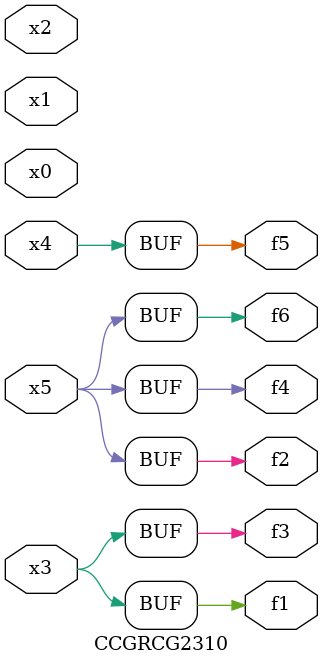
<source format=v>
module CCGRCG2310(
	input x0, x1, x2, x3, x4, x5,
	output f1, f2, f3, f4, f5, f6
);
	assign f1 = x3;
	assign f2 = x5;
	assign f3 = x3;
	assign f4 = x5;
	assign f5 = x4;
	assign f6 = x5;
endmodule

</source>
